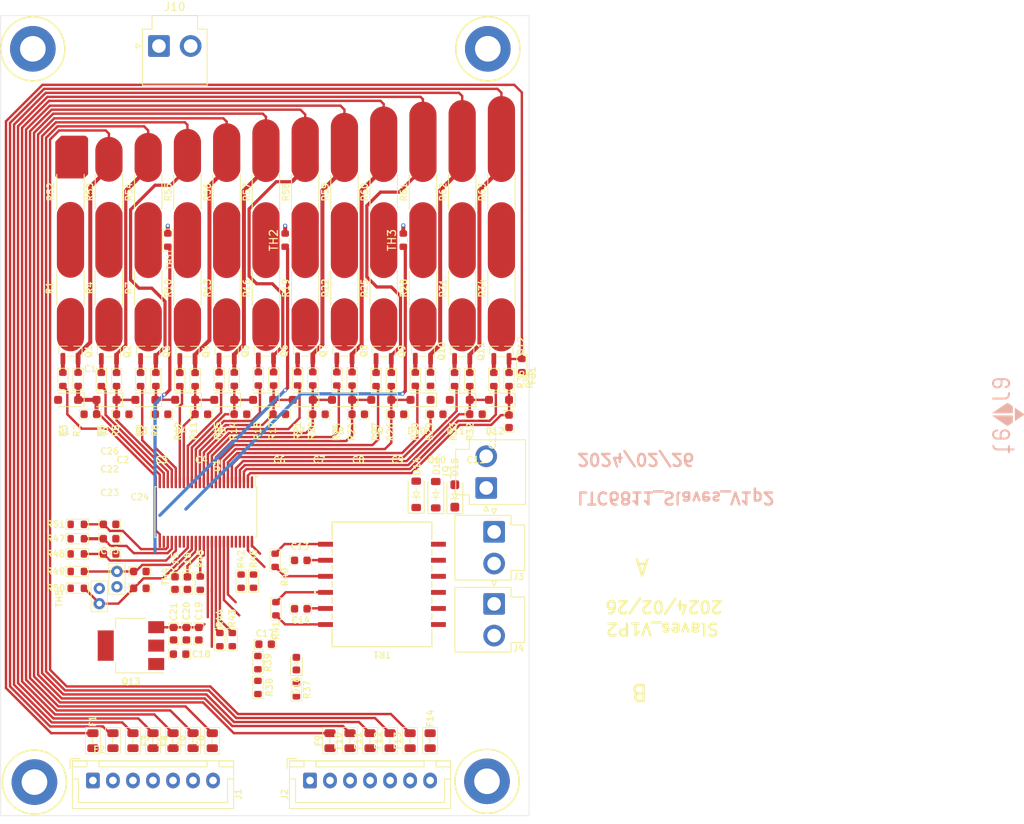
<source format=kicad_pcb>
(kicad_pcb (version 20221018) (generator pcbnew)
  (layers (0 "F.Cu" signal) (31 "B.Cu" signal) (34 "B.Paste" user) (35 "F.Paste" user) (36 "B.SilkS" user "B.Silkscreen") (37 "F.SilkS" user "F.Silkscreen") (38 "B.Mask" user) (39 "F.Mask" user) (44 "Edge.Cuts" user))
  (net 0 "")
  (net 1 "/cell1/C")
  (net 2 "/cell2/C")
  (net 3 "/cell3/C")
  (net 4 "/cell4/C")
  (net 5 "Net-(Q10-G)")
  (net 6 "Net-(Q10-D)")
  (net 7 "/BAT+")
  (net 8 "Net-(Q3-D)")
  (net 9 "Net-(Q3-G)")
  (net 10 "Net-(Q4-D)")
  (net 11 "Net-(Q4-G)")
  (net 12 "Net-(Q5-D)")
  (net 13 "Net-(Q5-G)")
  (net 14 "Net-(Q6-D)")
  (net 15 "Net-(Q6-G)")
  (net 16 "Net-(Q11-D)")
  (net 17 "Net-(Q11-G)")
  (net 18 "Net-(Q12-D)")
  (net 19 "Net-(Q12-G)")
  (net 20 "/cell5/C")
  (net 21 "/cell6/C")
  (net 22 "Net-(Q7-D)")
  (net 23 "Net-(Q7-G)")
  (net 24 "Net-(Q8-D)")
  (net 25 "Net-(Q8-G)")
  (net 26 "Net-(Q9-D)")
  (net 27 "Net-(Q9-G)")
  (net 28 "/cell7/C")
  (net 29 "/cell8/C")
  (net 30 "/cell10/CM")
  (net 31 "GND_PACK")
  (net 32 "/cell10/C")
  (net 33 "/cell11/C")
  (net 34 "/cell12/C")
  (net 35 "Net-(C13-Pad1)")
  (net 36 "Net-(C14-Pad1)")
  (net 37 "/Vref2")
  (net 38 "Net-(U1-Vref1)")
  (net 39 "Net-(U1-V+)")
  (net 40 "Net-(C18-Pad1)")
  (net 41 "/Vreg")
  (net 42 "/T2")
  (net 43 "/T3")
  (net 44 "/T4")
  (net 45 "/T5")
  (net 46 "/T1")
  (net 47 "Net-(D16-K)")
  (net 48 "/cell12/C+")
  (net 49 "/C12")
  (net 50 "/cell11/C+")
  (net 51 "/C11")
  (net 52 "/cell10/C+")
  (net 53 "/C10")
  (net 54 "/cell10/C-")
  (net 55 "/C9")
  (net 56 "/cell8/C+")
  (net 57 "/C8")
  (net 58 "/cell7/C+")
  (net 59 "/C7")
  (net 60 "/C2_G")
  (net 61 "/cell6/C+")
  (net 62 "/cell5/C+")
  (net 63 "/C5")
  (net 64 "/cell4/C+")
  (net 65 "/C4")
  (net 66 "/cell3/C+")
  (net 67 "/C3")
  (net 68 "/cell2/C+")
  (net 69 "/C2")
  (net 70 "/cell1/C+")
  (net 71 "/C1")
  (net 72 "/C1_G")
  (net 73 "Net-(J3-Pin_2)")
  (net 74 "Net-(J3-Pin_1)")
  (net 75 "Net-(J4-Pin_2)")
  (net 76 "Net-(J4-Pin_1)")
  (net 80 "Net-(Q1-D)")
  (net 81 "Net-(Q1-G)")
  (net 82 "Net-(Q2-D)")
  (net 83 "Net-(Q2-G)")
  (net 84 "/DRIVE")
  (net 85 "/cell1/S")
  (net 86 "/cell2/S")
  (net 87 "/cell3/S")
  (net 88 "/cell4/S")
  (net 89 "/cell5/S")
  (net 90 "/cell6/S")
  (net 91 "/cell7/S")
  (net 92 "/cell8/S")
  (net 93 "/cell9/S")
  (net 94 "/cell10/S")
  (net 95 "/cell11/S")
  (net 96 "/cell12/S")
  (net 97 "/IPB")
  (net 98 "/IMB")
  (net 99 "/IMA")
  (net 100 "/IPA")
  (net 101 "Net-(U1-ICMP)")
  (net 102 "Net-(U1-IBIAS)")
  (net 103 "Net-(U1-ISOMD)")
  (net 104 "Net-(U1-WDT)")
  (net 105 "Net-(U1-DTEN)")
  (net 110 "Net-(R1-Pad1)")
  (net 111 "Net-(R4-Pad1)")
  (net 112 "Net-(R54-Pad2)")
  (net 113 "Net-(R10-Pad1)")
  (net 114 "Net-(R13-Pad1)")
  (net 115 "Net-(R16-Pad1)")
  (net 116 "Net-(R19-Pad1)")
  (net 117 "Net-(R22-Pad1)")
  (net 118 "Net-(R25-Pad1)")
  (net 119 "Net-(R28-Pad1)")
  (net 120 "Net-(R31-Pad1)")
  (net 121 "Net-(R34-Pad1)")
  (footprint "Resistor_SMD:R_0603_1608Metric" (layer "F.Cu") (at 163.45 85.45 90)
    (fp_text reference "R35")
    (fp_text value "100R")
  )
  (footprint "Package_TO_SOT_SMD:SOT-23" (layer "F.Cu") (at 142.9 81.8875 90)
    (fp_text reference "Q8")
    (fp_text value "TSM2323")
  )
  (footprint "Package_TO_SOT_SMD:SOT-223" (layer "F.Cu") (at 116.25 118.7 180)
    (fp_text reference "Q13")
    (fp_text value "NSV1C201MZ4")
  )
  (footprint "Capacitor_SMD:C_0603_1608Metric" (layer "F.Cu") (at 154.425 89.8)
    (fp_text reference "C10")
    (fp_text value "100nF 100V")
  )
  (footprint "Resistor_SMD:R_0603_1608Metric" (layer "F.Cu") (at 117.45 85.45 90)
    (fp_text reference "R9")
    (fp_text value "3.3K")
  )
  (footprint "Resistor_SMD:R_2512_6332Metric" (layer "F.Cu") (at 138 62.05 -90)
    (fp_text reference "R58")
    (fp_text value "18R 1W 2512")
  )
  (footprint "Package_TO_SOT_SMD:SOT-23" (layer "F.Cu") (at 123.3 81.9625 90)
    (fp_text reference "Q4")
    (fp_text value "TSM2323")
  )
  (footprint "Resistor_SMD:R_2512_6332Metric" (layer "F.Cu") (at 147.8 62.05 -90)
    (fp_text reference "R60")
    (fp_text value "18R 1W 2512")
  )
  (footprint "Resistor_SMD:R_0603_1608Metric" (layer "F.Cu") (at 156.65 85.45 90)
    (fp_text reference "R33")
    (fp_text value "3.3K")
  )
  (footprint "Connector_JST:JST_XH_B7B-XH-A_1x07_P2.50mm_Vertical_BAT_6S" (layer "F.Cu") (at 138.6 135.55)
    (fp_text reference "J2")
    (fp_text value "B7B-XH-A")
  )
  (footprint "Resistor_SMD:R_0603_1608Metric" (layer "F.Cu") (at 153.65 85.425 90)
    (fp_text reference "R29")
    (fp_text value "100R")
  )
  (footprint "Diode_SMD:D_SOD-123" (layer "F.Cu") (at 154.3 99.85 90)
    (fp_text reference "D13")
    (fp_text value "1N4148W")
  )
  (footprint "Resistor_SMD:R_0603_1608Metric" (layer "F.Cu") (at 134.25 108.0433 -90)
    (fp_text reference "R40")
    (fp_text value "100R")
  )
  (footprint "Fuse:Fuse_0805_2012Metric" (layer "F.Cu") (at 124 130.575 90)
    (fp_text reference "F6")
    (fp_text value "MPZ2012S102ATD25")
  )
  (footprint "Fuse:Fuse_0805_2012Metric" (layer "F.Cu") (at 116.5 130.575 90)
    (fp_text reference "F3")
    (fp_text value "MPZ2012S102ATD25")
  )
  (footprint "Capacitor_SMD:C_0603_1608Metric" (layer "F.Cu") (at 111.175 89.8 180)
    (fp_text reference "C1")
    (fp_text value "100nF 100V")
  )
  (footprint "Resistor_SMD:R_0603_1608Metric" (layer "F.Cu") (at 158.55 85.45 90)
    (fp_text reference "R32")
    (fp_text value "100R")
  )
  (footprint "Diode_SMD:D_SOD-323_HandSoldering" (layer "F.Cu") (at 127.9 88 180)
    (fp_text reference "D5")
    (fp_text value "PDZ7.5B")
  )
  (footprint "Diode_SMD:D_SOD-323_HandSoldering" (layer "F.Cu") (at 108.4 88 180)
    (fp_text reference "D1")
    (fp_text value "PDZ7.5B")
  )
  (footprint "Resistor_SMD:R_0603_1608Metric" (layer "F.Cu") (at 107.75 85.4375 90)
    (fp_text reference "R3")
    (fp_text value "3.3K")
  )
  (footprint "Resistor_SMD:R_0603_1608Metric" (layer "F.Cu") (at 109.55 109.4375 180)
    (fp_text reference "R49")
    (fp_text value "10K")
  )
  (footprint "Resistor_SMD:R_2512_6332Metric" (layer "F.Cu") (at 157.6 62.05 -90)
    (fp_text reference "R62")
    (fp_text value "18R 1W 2512")
  )
  (footprint "Package_TO_SOT_SMD:SOT-23" (layer "F.Cu") (at 113.5 81.95 90)
    (fp_text reference "Q2")
    (fp_text value "TSM2323")
  )
  (footprint "Resistor_SMD:R_0603_1608Metric" (layer "F.Cu") (at 134.35 114.1 -90)
    (fp_text reference "R41")
    (fp_text value "100R")
  )
  (footprint "MountingHole:MountingHole_3.2mm_M3_ISO7380_Pad" (layer "F.Cu") (at 160.7 135.65)
    (fp_text reference "J7" hide)
    (fp_text value "Hole /NC")
  )
  (footprint "Resistor_SMD:R_0603_1608Metric" (layer "F.Cu") (at 131.55 110.65 90)
    (fp_text reference "R46")
    (fp_text value "806R")
  )
  (footprint "Diode_SMD:D_SOD-323_HandSoldering" (layer "F.Cu") (at 142.6 88 180)
    (fp_text reference "D8")
    (fp_text value "PDZ7.5B")
  )
  (footprint "Diode_SMD:D_SOD-323_HandSoldering" (layer "F.Cu") (at 147.5 88 180)
    (fp_text reference "D9")
    (fp_text value "PDZ7.5B")
  )
  (footprint "Resistor_SMD:R_0603_1608Metric" (layer "F.Cu") (at 109.55 111.5375 180)
    (fp_text reference "R50")
    (fp_text value "10K")
  )
  (footprint "Capacitor_SMD:C_0603_1608Metric" (layer "F.Cu") (at 144.625 89.8)
    (fp_text reference "C8")
    (fp_text value "100nF 100V")
  )
  (footprint "Diode_SMD:D_SOD-123F" (layer "F.Cu") (at 156.68 100.0025 90)
    (fp_text reference "D15")
    (fp_text value "BZT52H-C62")
  )
  (footprint "Connector_JST:JST_VH_B2P-VH-B_1x02_P3.96mm_Vertical" (layer "F.Cu") (at 160.6 99.0075 90)
    (fp_text reference "J9")
    (fp_text value "BAT+")
  )
  (footprint "Capacitor_SMD:C_0603_1608Metric" (layer "F.Cu") (at 113.5875 103.55)
    (fp_text reference "C26")
    (fp_text value "100nF 100V")
  )
  (footprint "Resistor_SMD:R_0603_1608Metric" (layer "F.Cu") (at 132.1 120.825 90)
    (fp_text reference "R39")
    (fp_text value "100R")
  )
  (footprint "Capacitor_SMD:C_0603_1608Metric" (layer "F.Cu") (at 124.725 117.215 -90)
    (fp_text reference "C19")
    (fp_text value "1uF 25V")
  )
  (footprint "Fuse:Fuse_0805_2012Metric" (layer "F.Cu") (at 111.5 130.575 90)
    (fp_text reference "F1")
    (fp_text value "MPZ2012S102ATD25")
  )
  (footprint "Capacitor_SMD:C_0603_1608Metric" (layer "F.Cu") (at 121.575 117.215 -90)
    (fp_text reference "C21")
    (fp_text value "1uF 25V")
  )
  (footprint "Resistor_SMD:R_0603_1608Metric" (layer "F.Cu") (at 143.85 85.3875 90)
    (fp_text reference "R23")
    (fp_text value "100R")
  )
  (footprint "Resistor_SMD:R_2512_6332Metric" (layer "F.Cu") (at 142.9 74.05 -90)
    (fp_text reference "R22")
    (fp_text value "18R 1W 2512")
  )
  (footprint "Resistor_SMD:R_0603_1608Metric" (layer "F.Cu") (at 146.85 85.45 90)
    (fp_text reference "R27")
    (fp_text value "3.3K")
  )
  (footprint "Diode_SMD:D_SOD-323_HandSoldering" (layer "F.Cu") (at 132.75 88 180)
    (fp_text reference "D6" hide)
    (fp_text value "PDZ7.5B")
  )
  (footprint "Resistor_SMD:R_0603_1608Metric" (layer "F.Cu") (at 124.26 85.4625 90)
    (fp_text reference "R11")
    (fp_text value "100R")
  )
  (footprint "Capacitor_SMD:C_0603_1608Metric" (layer "F.Cu") (at 123.3 110.9 -90)
    (fp_text reference "C16")
    (fp_text value "1uF 25V")
  )
  (footprint "Resistor_THT:R_Axial_DIN0204_L3.6mm_D1.6mm_P1.90mm_Vertical" (layer "F.Cu") (at 112.3 113.455 90)
    (fp_text reference "TH5")
    (fp_text value "10K NTC")
  )
  (footprint "Resistor_SMD:R_0603_1608Metric" (layer "F.Cu") (at 128.9 117.95 -90)
    (fp_text reference "R43")
    (fp_text value "0")
  )
  (footprint "Resistor_SMD:R_0603_1608Metric" (layer "F.Cu") (at 137.06 85.375 90)
    (fp_text reference "R21")
    (fp_text value "3.3K")
  )
  (footprint "Fuse:Fuse_0805_2012Metric" (layer "F.Cu") (at 121.5 130.575 90)
    (fp_text reference "F5")
    (fp_text value "MPZ2012S102ATD25")
  )
  (footprint "Connector_JST:JST_VH_B2P-VH-B_1x02_P3.96mm_Vertical" (layer "F.Cu") (at 161.5889 113.49 -90)
    (fp_text reference "J4")
    (fp_text value "PB MA")
  )
  (footprint "Diode_SMD:D_SOD-323_HandSoldering" (layer "F.Cu") (at 113.2 88 180)
    (fp_text reference "D2")
    (fp_text value "PDZ7.5B")
  )
  (footprint "Capacitor_SMD:C_0603_1608Metric" (layer "F.Cu") (at 159.325 89.8)
    (fp_text reference "C11")
    (fp_text value "100nF 100V")
  )
  (footprint "Resistor_SMD:R_0603_1608Metric" (layer "F.Cu") (at 134.06 85.385 90)
    (fp_text reference "R17")
    (fp_text value "100R")
  )
  (footprint "Resistor_SMD:R_2512_6332Metric" (layer "F.Cu") (at 133.1 74.05 -90)
    (fp_text reference "R16")
    (fp_text value "18R 1W 2512")
  )
  (footprint "Package_TO_SOT_SMD:SOT-23" (layer "F.Cu") (at 128.2 81.925 90)
    (fp_text reference "Q5")
    (fp_text value "TSM2323")
  )
  (footprint "Resistor_SMD:R_0603_1608Metric" (layer "F.Cu") (at 127.25 85.405 90)
    (fp_text reference "R15")
    (fp_text value "3.3K")
  )
  (footprint "Resistor_SMD:R_2512_6332Metric" (layer "F.Cu") (at 113.5 62.0125 -90)
    (fp_text reference "R53")
    (fp_text value "18R 1W 2512")
  )
  (footprint "Capacitor_SMD:C_0603_1608Metric" (layer "F.Cu") (at 139.725 89.8)
    (fp_text reference "C7")
    (fp_text value "100nF 100V")
  )
  (footprint "Resistor_SMD:R_2512_6332Metric" (layer "F.Cu") (at 147.8 74.05 -90)
    (fp_text reference "R25")
    (fp_text value "18R 1W 2512")
  )
  (footprint "Resistor_SMD:R_0603_1608Metric" (layer "F.Cu") (at 132.15 85.385 90)
    (fp_text reference "R18")
    (fp_text value "3.3K")
  )
  (footprint "Package_TO_SOT_SMD:SOT-23" (layer "F.Cu") (at 133.1 81.8875 90)
    (fp_text reference "Q6")
    (fp_text value "TSM2323")
  )
  (footprint "Resistor_SMD:R_0603_1608Metric" (layer "F.Cu") (at 130 110.65 -90)
    (fp_text reference "R42")
    (fp_text value "1.2K")
  )
  (footprint "Resistor_SMD:R_0603_1608Metric" (layer "F.Cu") (at 122.35 85.4625 90)
    (fp_text reference "R12")
    (fp_text value "3.3K")
  )
  (footprint "Fuse:Fuse_0805_2012Metric" (layer "F.Cu") (at 146.1 130.575 90)
    (fp_text reference "F11")
    (fp_text value "MPZ2012S102ATD25")
  )
  (footprint "Resistor_SMD:R_0603_1608Metric" (layer "F.Cu") (at 127.35 117.95 -90)
    (fp_text reference "R44")
    (fp_text value "1M")
  )
  (footprint "Resistor_SMD:R_0603_1608Metric" (layer "F.Cu") (at 132.1 123.925 -90)
    (fp_text reference "R38")
    (fp_text value "100R")
  )
  (footprint "Resistor_SMD:R_2512_6332Metric" (layer "F.Cu") (at 152.7 62.05 -90)
    (fp_text reference "R61")
    (fp_text value "18R 1W 2512")
  )
  (footprint "MountingHole:MountingHole_3.2mm_M3_ISO7380_Pad" (layer "F.Cu") (at 160.8 44.15)
    (fp_text reference "J6" hide)
    (fp_text value "Hole /NC")
  )
  (footprint "Capacitor_SMD:C_0603_1608Metric" (layer "F.Cu") (at 117.3625 109.4375)
    (fp_text reference "C24")
    (fp_text value "100nF 100V")
  )
  (footprint "Package_TO_SOT_SMD:SOT-23" (layer "F.Cu") (at 118.4 81.95 90)
    (fp_text reference "Q3")
    (fp_text value "TSM2323")
  )
  (footprint "Package_TO_SOT_SMD:SOT-23" (layer "F.Cu") (at 138 81.8875 90)
    (fp_text reference "Q7")
    (fp_text value "TSM2323")
  )
  (footprint "Resistor_SMD:R_2512_6332Metric" (layer "F.Cu") (at 123.3 74.05 -90)
    (fp_text reference "R10")
    (fp_text value "18R 1W 2512")
  )
  (footprint "Resistor_SMD:R_2512_6332Metric" (layer "F.Cu") (at 152.7 74.05 -90)
    (fp_text reference "R28")
    (fp_text value "18R 1W 2512")
  )
  (footprint "Resistor_SMD:R_2512_6332Metric" (layer "F.Cu") (at 113.5 74.0125 -90)
    (fp_text reference "R4")
    (fp_text value "18R 1W 2512")
  )
  (footprint "Fuse:Fuse_0805_2012Metric" (layer "F.Cu") (at 153.6 130.575 90)
    (fp_text reference "F14")
    (fp_text value "MPZ2012S102ATD25")
  )
  (footprint "Resistor_SMD:R_2512_6332Metric" (layer "F.Cu") (at 128.2 62.05 -90)
    (fp_text reference "R56")
    (fp_text value "18R 1W 2512")
  )
  (footprint "Diode_SMD:D_SOD-323_HandSoldering" (layer "F.Cu") (at 152.4 88 180)
    (fp_text reference "D10")
    (fp_text value "PDZ7.5B")
  )
  (footprint "Diode_SMD:D_SOD-323_HandSoldering" (layer "F.Cu") (at 162.2 88 180)
    (fp_text reference "D12")
    (fp_text value "PDZ7.5B")
  )
  (footprint "Resistor_SMD:R_0603_1608Metric" (layer "F.Cu") (at 138.95 85.375 90)
    (fp_text reference "R20")
    (fp_text value "100R")
  )
  (footprint "Resistor_SMD:R_0603_1608Metric" (layer "F.Cu") (at 120.85 68.05 90)
    (fp_text reference "TH1")
    (fp_text value "10K NTC")
  )
  (footprint "Transformer_SMD:HM2102NL_PUL" (layer "F.Cu") (at 147.5889 111.05 180)
    (fp_text reference "TR1")
    (fp_text value "HM2102NL")
  )
  (footprint "MountingHole:MountingHole_3.2mm_M3_ISO7380_Pad" (layer "F.Cu") (at 104.2 135.75 180)
    (fp_text reference "J8" hide)
    (fp_text value "Hole /NC")
  )
  (footprint "Resistor_SMD:R_2512_6332Metric" (layer "F.Cu") (at 142.9 62.05 -90)
    (fp_text reference "R59")
    (fp_text value "18R 1W 2512")
  )
  (footprint "Diode_SMD:D_SOD-323_HandSoldering" (layer "F.Cu") (at 123.02 87.99 180)
    (fp_text reference "D4")
    (fp_text value "PDZ7.5B")
  )
  (footprint "Diode_SMD:D_SOD-323_HandSoldering" (layer "F.Cu") (at 118.05 88 180)
    (fp_text reference "D3")
    (fp_text value "PDZ7.5B")
  )
  (footprint "Resistor_SMD:R_2512_6332Metric" (layer "F.Cu") (at 123.3 62.05 -90)
    (fp_text reference "R55")
    (fp_text value "18R 1W 2512")
  )
  (footprint "Fuse:Fuse_0805_2012Metric" (layer "F.Cu") (at 126.4 130.575 90)
    (fp_text reference "F8")
    (fp_text value "MPZ2012S102ATD25")
  )
  (footprint "Capacitor_SMD:C_0603_1608Metric" (layer "F.Cu") (at 163.45 90.68 -90)
    (fp_text reference "C12")
    (fp_text value "100nF 100V")
  )
  (footprint "Resistor_SMD:R_2512_6332Metric" (layer "F.Cu") (at 157.6 74.05 -90)
    (fp_text reference "R31")
    (fp_text value "18R 1W 2512")
  )
  (footprint "Resistor_SMD:R_2512_6332Metric" (layer "F.Cu") (at 162.5 62.05 -90)
    (fp_text reference "R63")
    (fp_text value "18R 1W 2512")
  )
  (footprint "Package_TO_SOT_SMD:SOT-23" (layer "F.Cu") (at 152.7 81.925 90)
    (fp_text reference "Q10")
    (fp_text value "TSM2323")
  )
  (footprint "Resistor_SMD:R_2512_6332Metric" (layer "F.Cu") (at 128.2 74.05 -90)
    (fp_text reference "R13")
    (fp_text value "18R 1W 2512")
  )
  (footprint "Fuse:Fuse_0805_2012Metric" (layer "F.Cu") (at 151.1 130.575 90)
    (fp_text reference "F13")
    (fp_text value "MPZ2012S102ATD25")
  )
  (footprint "Resistor_SMD:R_0603_1608Metric" (layer "F.Cu") (at 109.55 107.25 180)
    (fp_text reference "R48")
    (fp_text value "10K")
  )
  (footprint "Resistor_SMD:R_2512_6332Metric" (layer "F.Cu") (at 138 74.05 -90)
    (fp_text reference "R19")
    (fp_text value "18R 1W 2512")
  )
  (footprint "Connector_JST:JST_XH_B7B-XH-A_1x07_P2.50mm_Vertical_BAT_6S" (layer "F.Cu") (at 111.5 135.55)
    (fp_text reference "J1")
    (fp_text value "B7B-XH-A")
  )
  (footprint "Resistor_SMD:R_0603_1608Metric" (layer "F.Cu") (at 148.75 85.45 90)
    (fp_text reference "R26")
    (fp_text value "100R")
  )
  (footprint "Package_TO_SOT_SMD:SOT-23" (layer "F.Cu") (at 108.7 81.9375 90)
    (fp_text reference "Q1")
    (fp_text value "TSM2323")
  )
  (footprint "Resistor_SMD:R_2512_6332Metric" (layer "F.Cu") (at 118.4 62.05 -90)
    (fp_text reference "R54")
    (fp_text value "18R 1W 2512")
  )
  (footprint "Capacitor_SMD:C_0603_1608Metric" (layer "F.Cu") (at 115.225 89.8)
    (fp_text reference "C2")
    (fp_text value "100nF 100V")
  )
  (footprint "Capacitor_SMD:C_0603_1608Metric" (layer "F.Cu") (at 149.525 89.8)
    (fp_text reference "C9")
    (fp_text value "100nF 100V")
  )
  (footprint "Resistor_SMD:R_0603_1608Metric" (layer "F.Cu") (at 114.45 85.45 90)
    (fp_text reference "R5")
    (fp_text value "100R")
  )
  (footprint "Resistor_SMD:R_0603_1608Metric" (layer "F.Cu") (at 129.15 85.425 90)
    (fp_text reference "R14")
    (fp_text value "100R")
  )
  (footprint "Capacitor_SMD:C_0603_1608Metric" (layer "F.Cu") (at 137.45 108.05 180)
    (fp_text reference "C13")
    (fp_text value "100pF 100V")
  )
  (footprint "Resistor_SMD:R_0603_1608Metric" (layer "F.Cu") (at 135.5 68.05 90)
    (fp_text reference "TH2")
    (fp_text value "10K NTC")
  )
  (footprint "Capacitor_SMD:C_0603_1608Metric" (layer "F.Cu") (at 129.925 89.8)
    (fp_text reference "C5" hide)
    (fp_text value "100nF 100V")
  )
  (footprint "Resistor_SMD:R_0603_1608Metric" (layer "F.Cu") (at 141.95 85.3875 90)
    (fp_text reference "R24")
    (fp_text value "3.3K")
  )
  (footprint "Resistor_SMD:R_0603_1608Metric" (layer "F.Cu") (at 109.55 105.35 180)
    (fp_text reference "R47")
    (fp_text value "10K")
  )
  (footprint "Resistor_SMD:R_0603_1608Metric" (layer "F.Cu") (at 124.9 110.9 -90)
    (fp_text reference "R45")
    (fp_text value "0")
  )
  (footprint "Capacitor_SMD:C_0603_1608Metric" (layer "F.Cu") (at 113.5875 105.35)
    (fp_text reference "C22")
    (fp_text value "100nF 100V")
  )
  (footprint "MountingHole:MountingHole_3.2mm_M3_ISO7380_Pad" (layer "F.Cu") (at 104 44.15)
    (fp_text reference "J5" hide)
    (fp_text value "Hole /NC")
  )
  (footprint "Diode_SMD:D_SOD-123" (layer "F.Cu") (at 151.86 99.8025 90)
    (fp_text reference "D14")
    (fp_text value "1N4148W")
  )
  (footprint "Fuse:Fuse_0805_2012Metric" (layer "F.Cu") (at 148.6 130.575 90)
    (fp_text reference "F12")
    (fp_text value "MPZ2012S102ATD25")
  )
  (footprint "Capacitor_SMD:C_0603_1608Metric" (layer "F.Cu") (at 125.045 89.8)
    (fp_text reference "C4")
    (fp_text value "100nF 100V")
  )
  (footprint "Package_TO_SOT_SMD:SOT-23" (layer "F.Cu") (at 157.6 81.95 90)
    (fp_text reference "Q11")
    (fp_text value "TSM2323")
  )
  (footprint "Fuse:Fuse_0805_2012Metric" (layer "F.Cu") (at 119 130.575 90)
    (fp_text reference "F4")
    (fp_text value "MPZ2012S102ATD25")
  )
  (footprint "Capacitor_SMD:C_0603_1608Metric" (layer "F.Cu") (at 133 118.525)
    (fp_text reference "C17")
    (fp_text value "100nF 100V")
  )
  (footprint "Diode_SMD:D_SOD-323_HandSoldering" (layer "F.Cu") (at 137.7 88 180)
    (fp_text reference "D7")
    (fp_text value "PDZ7.5B")
  )
  (footprint "Resistor_THT:R_Axial_DIN0204_L3.6mm_D1.6mm_P1.90mm_Vertical" (layer "F.Cu") (at 114.5 109.445 -90)
    (fp_text reference "TH4")
    (fp_text value "10K NTC")
  )
  (footprint "Resistor_SMD:R_0603_1608Metric" (layer "F.Cu") (at 112.55 85.45 90)
    (fp_text reference "R6")
    (fp_text value "3.3K")
  )
  (footprint "Connector_JST:JST_VH_B2P-VH-B_1x02_P3.96mm_Vertical" (layer "F.Cu") (at 161.5889 104.49 -90)
    (fp_text reference "J3")
    (fp_text value "PB MB")
  )
  (footprint "Diode_SMD:D_SOD-323_HandSoldering" (layer "F.Cu") (at 157.3 88 180)
    (fp_text reference "D11")
    (fp_text value "PDZ7.5B")
  )
  (footprint "Fuse:Fuse_0805_2012Metric" (layer "F.Cu") (at 141.1 130.575 90)
    (fp_text reference "F9")
    (fp_text value "MPZ2012S102ATD25")
  )
  (footprint "Package_SO:TSSOP-48_6.1x12.5mm_P0.5mm" (layer "F.Cu") (at 125.6 102.0125 -90)
    (fp_text reference "U1")
    (fp_text value "LTC6811HG-1")
  )
  (footprint "Capacitor_SMD:C_0603_1608Metric" (layer "F.Cu") (at 117.3625 111.5375)
    (fp_text reference "C25")
    (fp_text value "100nF 100V")
  )
  (footprint "LED_SMD:LED_0603_1608Metric" (layer "F.Cu") (at 136.9 120.95 90)
    (fp_text reference "D16")
    (fp_text value "LED Red")
  )
  (footprint "Capacitor_SMD:C_0603_1608Metric" (layer "F.Cu") (at 122.325 119.765)
    (fp_text reference "C18")
    (fp_text value "100nF 100V")
  )
  (footprint "Resistor_SMD:R_2512_6332Metric" (layer "F.Cu") (at 162.5 74.05 -90)
    (fp_text reference "R34")
    (fp_text value "18R 1W 2512")
  )
  (footprint "Capacitor_SMD:C_0603_1608Metric" (layer "F.Cu") (at 123.175 117.215 -90)
    (fp_text reference "C20")
    (fp_text value "1uF 25V")
  )
  (footprint "Resistor_SMD:R_0603_1608Metric" (layer "F.Cu") (at 109.55 103.55)
    (fp_text reference "R51")
    (fp_text value "10K")
  )
  (footprint "Resistor_SMD:R_0603_1608Metric" (layer "F.Cu") (at 136.9 124.225 -90)
    (fp_text reference "R37")
    (fp_text value "1.2K")
  )
  (footprint "Resistor_SMD:R_0603_1608Metric" (layer "F.Cu") (at 165.05 83.715 90)
    (fp_text reference "FB1")
    (fp_text value "BLM18PG330SN1D")
  )
  (footprint "Capacitor_SMD:C_0603_1608Metric" (layer "F.Cu") (at 134.775 89.8)
    (fp_text reference "C6")
    (fp_text value "100nF 100V")
  )
  (footprint "Capacitor_SMD:C_0603_1608Metric" (layer "F.Cu") (at 113.5875 107.25)
    (fp_text reference "C23")
    (fp_text value "100nF 100V")
  )
  (footprint "Resistor_SMD:R_2512_6332Metric" (layer "F.Cu") (at 118.4 74.05 -90)
    (fp_text reference "R7")
    (fp_text value "18R 1W 2512")
  )
  (footprint "Fuse:Fuse_0805_2012Metric" (layer "F.Cu") (at 143.6 130.575 90)
    (fp_text reference "F10")
    (fp_text value "MPZ2012S102ATD25")
  )
  (footprint "Resistor_SMD:R_0603_1608Metric" (layer "F.Cu") (at 119.36 85.445 90)
    (fp_text reference "R8")
    (fp_text value "100R")
  )
  (footprint "Resistor_SMD:R_0603_1608Metric" (layer "F.Cu") (at 150.25 68.05 90)
    (fp_text reference "TH3")
    (fp_text value "10K NTC")
  )
  (footprint "Resistor_SMD:R_2512_6332Metric" (layer "F.Cu") (at 133.1 62.05 -90)
    (fp_text reference "R57")
    (fp_text value "18R 1W 2512")
  )
  (footprint "Package_TO_SOT_SMD:SOT-23" (layer "F.Cu") (at 147.8 81.95 90)
    (fp_text reference "Q9")
    (fp_text value "TSM2323")
  )
  (footprint "Capacitor_SMD:C_0603_1608Metric" (layer "F.Cu") (at 120.075 89.8)
    (fp_text reference "C3")
    (fp_text value "100nF 100V")
  )
  (footprint "Resistor_SMD:R_0603_1608Metric" (layer "F.Cu") (at 109.65 85.435 90)
    (fp_text reference "R2")
    (fp_text value "100R")
  )
  (footprint "Package_TO_SOT_SMD:SOT-23" (layer "F.Cu") (at 162.5 81.95 90)
    (fp_text reference "Q12")
    (fp_text value "TSM2323")
  )
  (footprint "Capacitor_SMD:C_0603_1608Metric" (layer "F.Cu") (at 137.45 114.1 180)
    (fp_text reference "C14")
    (fp_text value "100pF 100V")
  )
  (footprint "Resistor_SMD:R_0603_1608Metric" (layer "F.Cu") (at 151.75 85.425 90)
    (fp_text reference "R30")
    (fp_text value "3.3K")
  )
  (footprint "Resistor_SMD:R_2512_6332Metric" (layer "F.Cu") (at 108.7 74.0125 -90)
    (fp_text reference "R1")
    (fp_text value "18R 1W 2512")
  )
  (footprint "Resistor_SMD:R_0603_1608Metric" (layer "F.Cu") (at 161.55 85.45 90)
    (fp_text reference "R36")
    (fp_text value "3.3K")
  )
  (footprint "Resistor_SMD:R_2512_6332Metric" (layer "F.Cu") (at 108.7 62.0125 -90)
    (fp_text reference "R52")
    (fp_text value "18R 1W 2512")
  )
  (footprint "Connector_JST:JST_VH_B2P-VH-B_1x02_P3.96mm_Vertical" (layer "F.Cu") (at 119.7425 43.8)
    (fp_text reference "J10")
    (fp_text value "PACK-")
  )
  (footprint "Fuse:Fuse_0805_2012Metric" (layer "F.Cu") (at 114 130.575 90)
    (fp_text reference "F2")
    (fp_text value "MPZ2012S102ATD25")
  )
  (footprint "Capacitor_SMD:C_0603_1608Metric" (layer "F.Cu") (at 121.75 110.895 -90)
    (fp_text reference "C15")
    (fp_text value "1uF 25V")
  )
  (footprint "Symbol:teTra-LOGO" (layer "B.Cu") (at 225.725 89.825 90)
    (fp_text reference "LOGO1" hide)
    (fp_text value "teTra" hide)
  )
  (gr_circle (center 104 44.15) (end 108 44.15) (stroke (width 0.2)) (fill none) (layer "F.SilkS"))
  (gr_circle (center 104.2 135.75) (end 108.2 135.75) (stroke (width 0.2)) (fill none) (layer "F.SilkS"))
  (gr_circle (center 160.7 135.65) (end 164.7 135.65) (stroke (width 0.2)) (fill none) (layer "F.SilkS"))
  (gr_circle (center 160.8 44.15) (end 164.8 44.15) (stroke (width 0.2)) (fill none) (layer "F.SilkS"))
  (gr_rect (start 100 40) (end 165.95 139.95) (stroke (width 0.05)) (fill none) (layer "Edge.Cuts"))
  (gr_text "LTC6811_Slaves_V1p2\n\n2024/02/26" (at 171.8 94.55 180) (layer "B.SilkS") (effects (font (size 1.5 1.5) (thickness 0.3) bold) (justify left bottom mirror)))
  (gr_text "B" (at 180.9226 123.3733 180) (layer "F.SilkS") (effects (font (size 2 2) (thickness 0.3)) (justify left bottom)))
  (gr_text "A" (at 181.1226 107.6733 180) (layer "F.SilkS") (effects (font (size 2 2) (thickness 0.3)) (justify left bottom)))
  (gr_text "Slaves_V1P2" (at 189.8 115.75 180) (layer "F.SilkS") (effects (font (size 1.5 1.5) (thickness 0.3) bold) (justify left bottom)))
  (gr_text "2024/02/26" (at 190.2774 112.96 180) (layer "F.SilkS") (effects (font (size 1.5 1.5) (thickness 0.3) bold) (justify left bottom)))
  (segment (start 119.85 98.3) (end 119.85 97.357106) (width 0.3) (layer "F.Cu") (net 1))
  (segment (start 111.95 88) (end 111.95 89.8) (width 0.5) (layer "F.Cu") (net 1))
  (segment (start 112.292894 89.8) (end 111.95 89.8) (width 0.3) (layer "F.Cu") (net 1))
  (segment (start 109.65 88) (end 111.95 88) (width 0.5) (layer "F.Cu") (net 1))
  (segment (start 119.85 97.357106) (end 112.292894 89.8) (width 0.3) (layer "F.Cu") (net 1))
  (segment (start 109.65 86.26) (end 109.65 88) (width 0.5) (layer "F.Cu") (net 1))
  (segment (start 120.85 98.3) (end 120.85 96.942894) (width 0.3) (layer "F.Cu") (net 2))
  (segment (start 114.45 88) (end 114.45 89.8) (width 0.3) (layer "F.Cu") (net 2))
  (segment (start 120.85 96.942894) (end 114.45 90.542894) (width 0.3) (layer "F.Cu") (net 2))
  (segment (start 114.45 88) (end 116.8 88) (width 0.3) (layer "F.Cu") (net 2))
  (segment (start 114.45 86.275) (end 114.45 88) (width 0.3) (layer "F.Cu") (net 2))
  (segment (start 114.45 90.542894) (end 114.45 89.8) (width 0.3) (layer "F.Cu") (net 2))
  (segment (start 121.77 87.99) (end 119.31 87.99) (width 0.3) (layer "F.Cu") (net 3))
  (segment (start 119.36 89.74) (end 119.3 89.8) (width 0.3) (layer "F.Cu") (net 3))
  (segment (start 119.3 89.8) (end 119.3 93.978682) (width 0.3) (layer "F.Cu") (net 3))
  (segment (start 121.85 96.528682) (end 121.85 98.3) (width 0.3) (layer "F.Cu") (net 3))
  (segment (start 119.31 87.99) (end 119.3 88) (width 0.3) (layer "F.Cu") (net 3))
  (segment (start 119.36 86.27) (end 119.36 89.74) (width 0.3) (layer "F.Cu") (net 3))
  (segment (start 119.3 93.978682) (end 121.85 96.528682) (width 0.3) (layer "F.Cu") (net 3))
  (segment (start 124.26 89.79) (end 124.27 89.8) (width 0.3) (layer "F.Cu") (net 4))
  (segment (start 124.26 86.2875) (end 124.26 89.79) (width 0.3) (layer "F.Cu") (net 4))
  (segment (start 124.28 88) (end 124.27 87.99) (width 0.3) (layer "F.Cu") (net 4))
  (segment (start 122.85 98.3) (end 122.85 91.22) (width 0.3) (layer "F.Cu") (net 4))
  (segment (start 126.65 88) (end 124.28 88) (width 0.3) (layer "F.Cu") (net 4))
  (segment (start 122.85 91.22) (end 124.27 89.8) (width 0.3) (layer "F.Cu") (net 4))
  (segment (start 151.75 84.6) (end 151.75 82.8625) (width 0.5) (layer "F.Cu") (net 5))
  (segment (start 152.7 77.0125) (end 152.7 80.225) (width 3.4) (layer "F.Cu") (net 6))
  (segment (start 118.4 77.0125) (end 118.4 80.25) (width 3.4) (layer "F.Cu") (net 8))
  (segment (start 117.45 82.8875) (end 117.45 84.625) (width 0.5) (layer "F.Cu") (net 9))
  (segment (start 123.3 77.0125) (end 123.3 80.2625) (width 3.4) (layer "F.Cu") (net 10))
  (segment (start 122.35 84.6375) (end 122.35 82.9) (width 0.5) (layer "F.Cu") (net 11))
  (segment (start 128.2 77.0125) (end 128.2 80.225) (width 3.4) (layer "F.Cu") (net 12))
  (segment (start 127.25 84.58) (end 127.25 82.8625) (width 0.5) (layer "F.Cu") (net 13))
  (segment (start 133.1 77.0125) (end 133.1 80.1875) (width 3.4) (layer "F.Cu") (net 14))
  (segment (start 132.15 84.56) (end 132.15 82.825) (width 0.5) (layer "F.Cu") (net 15))
  (segment (start 157.6 77.0125) (end 157.6 80.25) (width 3.4) (layer "F.Cu") (net 16))
  (segment (start 156.65 84.625) (end 156.65 82.8875) (width 0.5) (layer "F.Cu") (net 17))
  (segment (start 162.5 77.0125) (end 162.5 80.25) (width 3.4) (layer "F.Cu") (net 18))
  (segment (start 161.55 84.625) (end 161.55 82.8875) (width 0.5) (layer "F.Cu") (net 19))
  (segment (start 123.85 98.3) (end 123.85 93.957106) (width 0.3) (layer "F.Cu") (net 20))
  (segment (start 131.5 88) (end 129.15 88) (width 0.3) (layer "F.Cu") (net 20))
  (segment (start 128 89.8) (end 129.15 89.8) (width 0.3) (layer "F.Cu") (net 20))
  (segment (start 128 89.807106) (end 128 89.8) (width 0.3) (layer "F.Cu") (net 20))
  (segment (start 129.15 86.25) (end 129.15 89.8) (width 0.3) (layer "F.Cu") (net 20))
  (segment (start 123.85 93.957106) (end 128 89.807106) (width 0.3) (layer "F.Cu") (net 20))
  (segment (start 128.071318 91.15) (end 124.85 94.371318) (width 0.3) (layer "F.Cu") (net 21))
  (segment (start 124.85 94.371318) (end 124.85 98.3) (width 0.3) (layer "F.Cu") (net 21))
  (segment (start 134.06 89.74) (end 134 89.8) (width 0.3) (layer "F.Cu") (net 21))
  (segment (start 134 89.8) (end 132.65 91.15) (width 0.3) (layer "F.Cu") (net 21))
  (segment (start 134.06 86.21) (end 134.06 89.74) (width 0.3) (layer "F.Cu") (net 21))
  (segment (start 136.45 88) (end 134 88) (width 0.3) (layer "F.Cu") (net 21))
  (segment (start 132.65 91.15) (end 128.071318 91.15) (width 0.3) (layer "F.Cu") (net 21))
  (segment (start 138 77.0125) (end 138 80.1875) (width 3.4) (layer "F.Cu") (net 22))
  (segment (start 137.06 84.55) (end 137.06 82.835) (width 0.5) (layer "F.Cu") (net 23))
  (segment (start 137.06 82.835) (end 137.05 82.825) (width 0.5) (layer "F.Cu") (net 23))
  (segment (start 142.9 77.0125) (end 142.9 80.1875) (width 3.4) (layer "F.Cu") (net 24))
  (segment (start 141.95 84.5625) (end 141.95 82.825) (width 0.5) (layer "F.Cu") (net 25))
  (segment (start 147.8 77.0125) (end 147.8 80.25) (width 3.4) (layer "F.Cu") (net 26))
  (segment (start 146.85 84.625) (end 146.85 82.8875) (width 0.5) (layer "F.Cu") (net 27))
  (segment (start 138.1 92.15) (end 138.95 91.3) (width 0.3) (layer "F.Cu") (net 28))
  (segment (start 125.85 94.78553) (end 128.48553 92.15) (width 0.3) (layer "F.Cu") (net 28))
  (segment (start 128.48553 92.15) (end 138.1 92.15) (width 0.3) (layer "F.Cu") (net 28))
  (segment (start 138.95 88) (end 141.35 88) (width 0.3) (layer "F.Cu") (net 28))
  (segment (start 138.95 86.2) (end 138.95 89.8) (width 0.3) (layer "F.Cu") (net 28))
  (segment (start 138.95 91.3) (end 138.95 89.8) (width 0.3) (layer "F.Cu") (net 28))
  (segment (start 125.85 98.3) (end 125.85 94.78553) (width 0.3) (layer "F.Cu") (net 28))
  (segment (start 143.85 86.2125) (end 143.85 89.8) (width 0.3) (layer "F.Cu") (net 29))
  (segment (start 126.85 98.3) (end 126.85 95.199742) (width 0.3) (layer "F.Cu") (net 29))
  (segment (start 128.899742 93.15) (end 143.1 93.15) (width 0.3) (layer "F.Cu") (net 29))
  (segment (start 146.25 88) (end 143.85 88) (width 0.3) (layer "F.Cu") (net 29))
  (segment (start 126.85 95.199742) (end 128.899742 93.15) (width 0.3) (layer "F.Cu") (net 29))
  (segment (start 143.1 93.15) (end 143.85 92.4) (width 0.3) (layer "F.Cu") (net 29))
  (segment (start 143.85 92.4) (end 143.85 89.8) (width 0.3) (layer "F.Cu") (net 29))
  (segment (start 127.85 95.613954) (end 129.313954 94.15) (width 0.3) (layer "F.Cu") (net 30))
  (segment (start 148.75 88) (end 151.15 88) (width 0.3) (layer "F.Cu") (net 30))
  (segment (start 148.75 86.275) (end 148.75 89.8) (width 0.3) (layer "F.Cu") (net 30))
  (segment (start 147.95 94.15) (end 148.75 93.35) (width 0.3) (layer "F.Cu") (net 30))
  (segment (start 148.75 93.35) (end 148.75 89.8) (width 0.3) (layer "F.Cu") (net 30))
  (segment (start 129.313954 94.15) (end 147.95 94.15) (width 0.3) (layer "F.Cu") (net 30))
  (segment (start 127.85 98.3) (end 127.85 95.613954) (width 0.3) (layer "F.Cu") (net 30))
  (segment (start 135.5 67.225) (end 135.5 66.25) (width 0.5) (layer "F.Cu") (net 31))
  (segment (start 120.85 67.225) (end 120.85 66.25) (width 0.5) (layer "F.Cu") (net 31))
  (segment (start 150.25 67.225) (end 150.25 66.2) (width 0.5) (layer "F.Cu") (net 31))
  (via (at 120.85 66.25) (size 0.5) (drill 0.3) (layers "F.Cu" "B.Cu") (net 31))
  (via (at 135.5 66.25) (size 0.5) (drill 0.3) (layers "F.Cu" "B.Cu") (net 31))
  (via (at 150.25 66.2) (size 0.5) (drill 0.3) (layers "F.Cu" "B.Cu") (net 31))
  (segment (start 129.8 95.15) (end 150.3 95.15) (width 0.3) (layer "F.Cu") (net 32))
  (segment (start 150.3 95.15) (end 153.65 91.8) (width 0.3) (layer "F.Cu") (net 32))
  (segment (start 128.85 98.3) (end 128.85 96.1) (width 0.3) (layer "F.Cu") (net 32))
  (segment (start 153.65 91.8) (end 153.65 89.8) (width 0.3) (layer "F.Cu") (net 32))
  (segment (start 128.85 96.1) (end 129.8 95.15) (width 0.3) (layer "F.Cu") (net 32))
  (segment (start 129.85 98.3) (end 129.85 96.763954) (width 0.3) (layer "F.Cu") (net 33))
  (segment (start 130.463954 96.15) (end 150.857106 96.15) (width 0.3) (layer "F.Cu") (net 33))
  (segment (start 150.857106 96.15) (end 157.207106 89.8) (width 0.3) (layer "F.Cu") (net 33))
  (segment (start 157.207106 89.8) (end 158.55 89.8) (width 0.3) (layer "F.Cu") (net 33))
  (segment (start 158.55 86.275) (end 158.55 89.8) (width 0.3) (layer "F.Cu") (net 33))
  (segment (start 129.85 96.763954) (end 130.463954 96.15) (width 0.3) (layer "F.Cu") (net 33))
  (segment (start 160.95 88) (end 158.55 88) (width 0.3) (layer "F.Cu") (net 33))
  (segment (start 130.85 98.3) (end 130.85 97.45938) (width 0.3) (layer "F.Cu") (net 34))
  (segment (start 162.445 89.905) (end 163.45 89.905) (width 0.3) (layer "F.Cu") (net 34))
  (segment (start 163.45 89.905) (end 163.45 88) (width 0.3) (layer "F.Cu") (net 34))
  (segment (start 130.85 97.45938) (end 131.15938 97.15) (width 0.3) (layer "F.Cu") (net 34))
  (segment (start 161.225 91.125) (end 162.445 89.905) (width 0.3) (layer "F.Cu") (net 34))
  (segment (start 163.45 88.6) (end 163.45 86.275) (width 0.3) (layer "F.Cu") (net 34))
  (segment (start 157.296318 91.125) (end 161.225 91.125) (width 0.3) (layer "F.Cu") (net 34))
  (segment (start 151.271318 97.15) (end 157.296318 91.125) (width 0.3) (layer "F.Cu") (net 34))
  (segment (start 131.15938 97.15) (end 151.271318 97.15) (width 0.3) (layer "F.Cu") (net 34))
  (segment (start 140.5404 108.0218) (end 138.2349 108.0218) (width 0.3) (layer "F.Cu") (net 35))
  (segment (start 138.2349 108.0218) (end 138.225 108.0317) (width 0.3) (layer "F.Cu") (net 35))
  (segment (start 140.5404 114.0416) (end 138.2651 114.0416) (width 0.3) (layer "F.Cu") (net 36))
  (segment (start 138.2651 114.0416) (end 138.225 114.0817) (width 0.3) (layer "F.Cu") (net 36))
  (segment (start 124.35 106.9) (end 121.75 109.5) (width 0.3) (layer "F.Cu") (net 37))
  (segment (start 121.75 109.5) (end 121.75 110.12) (width 0.3) (layer "F.Cu") (net 37))
  (segment (start 124.35 105.5625) (end 124.35 106.9) (width 0.3) (layer "F.Cu") (net 37))
  (segment (start 124.85 105.5625) (end 124.85 107.2) (width 0.3) (layer "F.Cu") (net 38))
  (segment (start 123.3 108.75) (end 123.3 110.125) (width 0.3) (layer "F.Cu") (net 38))
  (segment (start 124.85 107.2) (end 123.3 108.75) (width 0.3) (layer "F.Cu") (net 38))
  (segment (start 125.85 105.5625) (end 125.85 115.15) (width 0.3) (layer "F.Cu") (net 41))
  (segment (start 125.425 116.015) (end 125.025 116.415) (width 0.3) (layer "F.Cu") (net 41))
  (segment (start 119.415 116.415) (end 119.4 116.4) (width 0.3) (layer "F.Cu") (net 41))
  (segment (start 125.025 116.415) (end 119.415 116.415) (width 0.3) (layer "F.Cu") (net 41))
  (segment (start 135.8 69.174998) (end 135.5 68.874998) (width 0.4) (layer "F.Cu") (net 42))
  (segment (start 113.7125 106.25) (end 112.8125 105.35) (width 0.3) (layer "F.Cu") (net 42))
  (segment (start 135.5 86.8) (end 135.8 86.5) (width 0.4) (layer "F.Cu") (net 42))
  (segment (start 116.6 107.15) (end 115.7 106.25) (width 0.3) (layer "F.Cu") (net 42))
  (segment (start 135.8 86.5) (end 135.8 69.174998) (width 0.4) (layer "F.Cu") (net 42))
  (segment (start 121.35 106.610226) (end 120.810226 107.15) (width 0.3) (layer "F.Cu") (net 42))
  (segment (start 115.7 106.25) (end 113.7125 106.25) (width 0.3) (layer "F.Cu") (net 42))
  (segment (start 121.35 105.5625) (end 121.35 106.610226) (width 0.3) (layer "F.Cu") (net 42))
  (segment (start 112.8125 105.35) (end 110.3875 105.35) (width 0.4) (layer "F.Cu") (net 42))
  (segment (start 120.810226 107.15) (end 116.6 107.15) (width 0.3) (layer "F.Cu") (net 42))
  (via (at 135.5 86.8) (size 0.5) (drill 0.3) (layers "F.Cu" "B.Cu") (net 42))
  (segment (start 135.5 86.8) (end 135.480761 86.8) (width 0.4) (layer "B.Cu") (net 42))
  (segment (start 135.480761 86.8) (end 119.85 102.430761) (width 0.4) (layer "B.Cu") (net 42))
  (segment (start 113.6375 108.075) (end 120.625 108.075) (width 0.3) (layer "F.Cu") (net 43))
  (segment (start 150.5 86.9) (end 150.15 87.25) (width 0.4) (layer "F.Cu") (net 43))
  (segment (start 112.8125 107.25) (end 113.6375 108.075) (width 0.3) (layer "F.Cu") (net 43))
  (segment (start 121.85 106.85) (end 121.85 105.5625) (width 0.3) (layer "F.Cu") (net 43))
  (segment (start 150.5 69.125) (end 150.5 86.9) (width 0.4) (layer "F.Cu") (net 43))
  (segment (start 112.8125 107.25) (end 110.3875 107.25) (width 0.3) (layer "F.Cu") (net 43))
  (segment (start 120.625 108.075) (end 121.85 106.85) (width 0.3) (layer "F.Cu") (net 43))
  (segment (start 150.25 68.875) (end 150.5 69.125) (width 0.4) (layer "F.Cu") (net 43))
  (via (at 150.15 87.25) (size 0.5) (drill 0.3) (layers "F.Cu" "B.Cu") (net 43))
  (segment (start 123.1 101.65) (end 137.5 87.25) (width 0.4) (layer "B.Cu") (net 43))
  (segment (start 137.5 87.25) (end 150.15 87.25) (width 0.4) (layer "B.Cu") (net 43))
  (segment (start 114.5 109.445) (end 110.4325 109.445) (width 0.3) (layer "F.Cu") (net 44))
  (segment (start 117.668092 108.6125) (end 121.223288 108.6125) (width 0.3) (layer "F.Cu") (net 44))
  (segment (start 113.8875 109.4375) (end 116.843092 109.4375) (width 0.3) (layer "F.Cu") (net 44))
  (segment (start 121.223288 108.6125) (end 123.35 106.485788) (width 0.3) (layer "F.Cu") (net 44))
  (segment (start 110.4325 109.445) (end 110.425 109.4375) (width 0.3) (layer "F.Cu") (net 44))
  (segment (start 116.843092 109.4375) (end 117.668092 108.6125) (width 0.3) (layer "F.Cu") (net 44))
  (segment (start 123.35 106.485788) (end 123.35 105.5625) (width 0.3) (layer "F.Cu") (net 44))
  (segment (start 120.242894 110.3) (end 123.85 106.692894) (width 0.3) (layer "F.Cu") (net 45))
  (segment (start 112.3 113.4125) (end 110.425 111.5375) (width 0.3) (layer "F.Cu") (net 45))
  (segment (start 117.825 110.3) (end 120.242894 110.3) (width 0.3) (layer "F.Cu") (net 45))
  (segment (start 116.5875 111.5375) (end 114.67 113.455) (width 0.3) (layer "F.Cu") (net 45))
  (segment (start 116.5875 111.5375) (end 117.825 110.3) (width 0.3) (layer "F.Cu") (net 45))
  (segment (start 114.67 113.455) (end 112.3 113.455) (width 0.3) (layer "F.Cu") (net 45))
  (segment (start 112.3 113.455) (end 112.3 113.4125) (width 0.3) (layer "F.Cu") (net 45))
  (segment (start 123.85 106.692894) (end 123.85 105.5625) (width 0.3) (layer "F.Cu") (net 45))
  (segment (start 113.6375 104.375) (end 112.8125 103.55) (width 0.3) (layer "F.Cu") (net 46))
  (segment (start 117.507106 106.65) (end 115.232106 104.375) (width 0.3) (layer "F.Cu") (net 46))
  (segment (start 120.85 105.5625) (end 120.85 106.40312) (width 0.3) (layer "F.Cu") (net 46))
  (segment (start 112.8125 103.55) (end 110.3875 103.55) (width 0.3) (layer "F.Cu") (net 46))
  (segment (start 120.5 87.35) (end 120.4 87.35) (width 0.4) (layer "F.Cu") (net 46))
  (segment (start 120.85 68.875) (end 121.1 69.125) (width 0.4) (layer "F.Cu") (net 46))
  (segment (start 120.85 106.40312) (end 120.60312 106.65) (width 0.3) (layer "F.Cu") (net 46))
  (segment (start 121.1 86.75) (end 120.5 87.35) (width 0.4) (layer "F.Cu") (net 46))
  (segment (start 121.1 69.125) (end 121.1 86.75) (width 0.4) (layer "F.Cu") (net 46))
  (segment (start 115.232106 104.375) (end 113.6375 104.375) (width 0.3) (layer "F.Cu") (net 46))
  (segment (start 120.60312 106.65) (end 117.507106 106.65) (width 0.3) (layer "F.Cu") (net 46))
  (via (at 120.4 87.35) (size 0.5) (drill 0.3) (layers "F.Cu" "B.Cu") (net 46))
  (segment (start 120.4 87.35) (end 119.25 88.5) (width 0.4) (layer "B.Cu") (net 46))
  (segment (start 119.25 88.5) (end 119.25 106.95) (width 0.4) (layer "B.Cu") (net 46))
  (segment (start 165.05 49.6) (end 165.05 82.89) (width 0.3) (layer "F.Cu") (net 48))
  (segment (start 165.05 82.89) (end 163.4525 82.89) (width 0.3) (layer "F.Cu") (net 48))
  (segment (start 163.4525 82.89) (end 163.45 82.8875) (width 0.3) (layer "F.Cu") (net 48))
  (segment (start 105.2 48.65) (end 164.1 48.65) (width 0.3) (layer "F.Cu") (net 48))
  (segment (start 111.5 129.6375) (end 106.2875 129.6375) (width 0.3) (layer "F.Cu") (net 48))
  (segment (start 163.45 84.625) (end 163.45 82.8875) (width 0.5) (layer "F.Cu") (net 48))
  (segment (start 164.1 48.65) (end 165.05 49.6) (width 0.3) (layer "F.Cu") (net 48))
  (segment (start 106.2875 129.6375) (end 100.65 124) (width 0.3) (layer "F.Cu") (net 48))
  (segment (start 100.65 124) (end 100.65 53.2) (width 0.3) (layer "F.Cu") (net 48))
  (segment (start 100.65 53.2) (end 105.2 48.65) (width 0.3) (layer "F.Cu") (net 48))
  (segment (start 113.5875 129.6375) (end 112.75 128.8) (width 0.3) (layer "F.Cu") (net 50))
  (segment (start 113.746444 129.6375) (end 113.5875 129.6375) (width 0.3) (layer "F.Cu") (net 50))
  (segment (start 112.75 128.8) (end 106.157106 128.8) (width 0.3) (layer "F.Cu") (net 50))
  (segment (start 101.15 53.407106) (end 105.407106 49.15) (width 0.3) (layer "F.Cu") (net 50))
  (segment (start 162.5 59.0875) (end 162.5 51.75) (width 3.4) (layer "F.Cu") (net 50))
  (segment (start 101.15 123.792894) (end 101.15 53.407106) (width 0.3) (layer "F.Cu") (net 50))
  (segment (start 159.75 81.140559) (end 159.75 61.8375) (width 0.5) (layer "F.Cu") (net 50))
  (segment (start 159.75 61.8375) (end 162.5 59.0875) (width 0.5) (layer "F.Cu") (net 50))
  (segment (start 162.5 49.65) (end 162.5 52.449138) (width 0.3) (layer "F.Cu") (net 50))
  (segment (start 158.55 82.8875) (end 158.55 82.340559) (width 0.5) (layer "F.Cu") (net 50))
  (segment (start 158.55 82.340559) (end 159.75 81.140559) (width 0.5) (layer "F.Cu") (net 50))
  (segment (start 105.407106 49.15) (end 162 49.15) (width 0.3) (layer "F.Cu") (net 50))
  (segment (start 158.55 84.625) (end 158.55 82.8875) (width 0.5) (layer "F.Cu") (net 50))
  (segment (start 106.157106 128.8) (end 101.15 123.792894) (width 0.3) (layer "F.Cu") (net 50))
  (segment (start 162 49.15) (end 162.5 49.65) (width 0.3) (layer "F.Cu") (net 50))
  (segment (start 157.6 59.0875) (end 157.6 52.25) (width 3.4) (layer "F.Cu") (net 52))
  (segment (start 153.65 84.6) (end 153.65 82.8625) (width 0.5) (layer "F.Cu") (net 52))
  (segment (start 115.1625 128.3) (end 116.5 129.6375) (width 0.3) (layer "F.Cu") (net 52))
  (segment (start 157.6 52.25) (end 157.6 50.05) (width 0.3) (layer "F.Cu") (net 52))
  (segment (start 105.614212 49.65) (end 101.65 53.614212) (width 0.3) (layer "F.Cu") (net 52))
  (segment (start 153.65 82.315559) (end 154.85 81.115559) (width 0.5) (layer "F.Cu") (net 52))
  (segment (start 101.65 53.614212) (end 101.65 123.585788) (width 0.3) (layer "F.Cu") (net 52))
  (segment (start 157.6 50.05) (end 157.2 49.65) (width 0.3) (layer "F.Cu") (net 52))
  (segment (start 154.85 81.115559) (end 154.85 61.8375) (width 0.5) (layer "F.Cu") (net 52))
  (segment (start 101.65 123.585788) (end 106.364212 128.3) (width 0.3) (layer "F.Cu") (net 52))
  (segment (start 106.364212 128.3) (end 115.1625 128.3) (width 0.3) (layer "F.Cu") (net 52))
  (segment (start 157.2 49.65) (end 105.614212 49.65) (width 0.3) (layer "F.Cu") (net 52))
  (segment (start 153.65 82.8625) (end 153.65 82.315559) (width 0.5) (layer "F.Cu") (net 52))
  (segment (start 154.85 61.8375) (end 157.6 59.0875) (width 0.5) (layer "F.Cu") (net 52))
  (segment (start 145.7 72.65) (end 145.7 63.75) (width 0.4) (layer "F.Cu") (net 54))
  (segment (start 149.7375 62.05) (end 152.7 59.0875) (width 0.4) (layer "F.Cu") (net 54))
  (segment (start 152.7 52.45) (end 152.7 50.45) (width 0.3) (layer "F.Cu") (net 54))
  (segment (start 148.75 82.45) (end 149.9 81.3) (width 0.4) (layer "F.Cu") (net 54))
  (segment (start 152.7 50.45) (end 152.4 50.15) (width 0.3) (layer "F.Cu") (net 54))
  (segment (start 152.4 50.15) (end 105.821318 50.15) (width 0.3) (layer "F.Cu") (net 54))
  (segment (start 145.7 63.75) (end 147.4 62.05) (width 0.4) (layer "F.Cu") (net 54))
  (segment (start 147.4 62.05) (end 149.7375 62.05) (width 0.4) (layer "F.Cu") (net 54))
  (segment (start 102.15 53.821318) (end 102.15 123.378682) (width 0.3) (layer "F.Cu") (net 54))
  (segment (start 152.7 59.0875) (end 152.7 52.45) (width 3.4) (layer "F.Cu") (net 54))
  (segment (start 149.9 81.3) (end 149.9 75.05) (width 0.4) (layer "F.Cu") (net 54))
  (segment (start 117.1625 127.8) (end 119 129.6375) (width 0.3) (layer "F.Cu") (net 54))
  (segment (start 106.571318 127.8) (end 117.1625 127.8) (width 0.3) (layer "F.Cu") (net 54))
  (segment (start 102.15 123.378682) (end 106.571318 127.8) (width 0.3) (layer "F.Cu") (net 54))
  (segment (start 148.75 84.625) (end 148.75 82.8875) (width 0.5) (layer "F.Cu") (net 54))
  (segment (start 148.75 82.8875) (end 148.75 82.45) (width 0.4) (layer "F.Cu") (net 54))
  (segment (start 148.75 73.9) (end 146.95 73.9) (width 0.4) (layer "F.Cu") (net 54))
  (segment (start 146.95 73.9) (end 145.7 72.65) (width 0.4) (layer "F.Cu") (net 54))
  (segment (start 149.9 75.05) (end 148.75 73.9) (width 0.4) (layer "F.Cu") (net 54))
  (segment (start 105.821318 50.15) (end 102.15 53.821318) (width 0.3) (layer "F.Cu") (net 54))
  (segment (start 147.8 51.05) (end 147.4 50.65) (width 0.3) (layer "F.Cu") (net 56))
  (segment (start 106.778424 127.3) (end 119.1625 127.3) (width 0.3) (layer "F.Cu") (net 56))
  (segment (start 145.05 61.8375) (end 147.8 59.0875) (width 0.5) (layer "F.Cu") (net 56))
  (segment (start 145.05 81.078059) (end 145.05 61.8375) (width 0.5) (layer "F.Cu") (net 56))
  (segment (start 147.4 50.65) (end 106.028424 50.65) (width 0.3) (layer "F.Cu") (net 56))
  (segment (start 147.8 53.05) (end 147.8 51.05) (width 0.3) (layer "F.Cu") (net 56))
  (segment (start 143.85 82.278059) (end 145.05 81.078059) (width 0.5) (layer "F.Cu") (net 56))
  (segment (start 119.1625 127.3) (end 121.5 129.6375) (width 0.3) (layer "F.Cu") (net 56))
  (segment (start 143.85 84.5625) (end 143.85 82.825) (width 0.5) (layer "F.Cu") (net 56))
  (segment (start 147.8 59.0875) (end 147.8 53.05) (width 3.4) (layer "F.Cu") (net 56))
  (segment (start 102.65 54.028424) (end 102.65 123.171576) (width 0.3) (layer "F.Cu") (net 56))
  (segment (start 143.85 82.825) (end 143.85 82.278059) (width 0.5) (layer "F.Cu") (net 56))
  (segment (start 102.65 123.171576) (end 106.778424 127.3) (width 0.3) (layer "F.Cu") (net 56))
  (segment (start 106.028424 50.65) (end 102.65 54.028424) (width 0.3) (layer "F.Cu") (net 56))
  (segment (start 140.15 81.078059) (end 140.15 61.8375) (width 0.5) (layer "F.Cu") (net 58))
  (segment (start 106.13553 51.25) (end 103.15 54.23553) (width 0.3) (layer "F.Cu") (net 58))
  (segment (start 142.9 51.75) (end 142.4 51.25) (width 0.3) (layer "F.Cu") (net 58))
  (segment (start 138.95 82.825) (end 138.95 82.278059) (width 0.5) (layer "F.Cu") (net 58))
  (segment (start 121.1625 126.8) (end 124 129.6375) (width 0.3) (layer "F.Cu") (net 58))
  (segment (start 142.4 51.25) (end 106.13553 51.25) (width 0.3) (layer "F.Cu") (net 58))
  (segment (start 142.9 53.85) (end 142.9 51.75) (width 0.3) (layer "F.Cu") (net 58))
  (segment (start 103.15 54.23553) (end 103.15 122.96447) (width 0.3) (layer "F.Cu") (net 58))
  (segment (start 138.95 82.278059) (end 140.15 81.078059) (width 0.5) (layer "F.Cu") (net 58))
  (segment (start 138.95 84.55) (end 138.95 82.825) (width 0.5) (layer "F.Cu") (net 58))
  (segment (start 140.15 61.8375) (end 142.9 59.0875) (width 0.5) (layer "F.Cu") (net 58))
  (segment (start 106.98553 126.8) (end 121.1625 126.8) (width 0.3) (layer "F.Cu") (net 58))
  (segment (start 103.15 122.96447) (end 106.98553 126.8) (width 0.3) (layer "F.Cu") (net 58))
  (segment (start 142.9 59.0875) (end 142.9 53.85) (width 3.4) (layer "F.Cu") (net 58))
  (segment (start 131 64.142652) (end 134.392652 60.75) (width 0.4) (layer "F.Cu") (net 61))
  (segment (start 137.4 51.75) (end 138 52.35) (width 0.3) (layer "F.Cu") (net 61))
  (segment (start 131.95 73.5) (end 131 72.55) (width 0.4) (layer "F.Cu") (net 61))
  (segment (start 134.05 82.825) (end 134.05 82.45) (width 0.4) (layer "F.Cu") (net 61))
  (segment (start 138 52.35) (end 138 54.35) (width 0.3) (layer "F.Cu") (net 61))
  (segment (start 133.9 73.5) (end 131.95 73.5) (width 0.4) (layer "F.Cu") (net 61))
  (segment (start 123.0625 126.3) (end 107.192636 126.3) (width 0.3) (layer "F.Cu") (net 61))
  (segment (start 131 72.55) (end 131 64.142652) (width 0.4) (layer "F.Cu") (net 61))
  (segment (start 107.192636 126.3) (end 103.65 122.757364) (width 0.3) (layer "F.Cu") (net 61))
  (segment (start 134.05 82.45) (end 135.2 81.3) (width 0.4) (layer "F.Cu") (net 61))
  (segment (start 135.2 74.8) (end 133.9 73.5) (width 0.4) (layer "F.Cu") (net 61))
  (segment (start 134.06 82.835) (end 134.05 82.825) (width 0.5) (layer "F.Cu") (net 61))
  (segment (start 138 59.0875) (end 138 54.35) (width 3.4) (layer "F.Cu") (net 61))
  (segment (start 136.3375 60.75) (end 138 59.0875) (width 0.4) (layer "F.Cu") (net 61))
  (segment (start 135.2 81.3) (end 135.2 74.8) (width 0.4) (layer "F.Cu") (net 61))
  (segment (start 103.65 54.442636) (end 106.342636 51.75) (width 0.3) (layer "F.Cu") (net 61))
  (segment (start 106.342636 51.75) (end 137.4 51.75) (width 0.3) (layer "F.Cu") (net 61))
  (segment (start 134.06 84.56) (end 134.06 82.835) (width 0.5) (layer "F.Cu") (net 61))
  (segment (start 136.4 60.6875) (end 138 59.0875) (width 0.5) (layer "F.Cu") (net 61))
  (segment (start 126.4 129.6375) (end 123.0625 126.3) (width 0.3) (layer "F.Cu") (net 61))
  (segment (start 134.392652 60.75) (end 136.3375 60.75) (width 0.4) (layer "F.Cu") (net 61))
  (segment (start 103.65 122.757364) (end 103.65 54.442636) (width 0.3) (layer "F.Cu") (net 61))
  (segment (start 129.0875 129.6375) (end 125.25 125.8) (width 0.3) (layer "F.Cu") (net 62))
  (segment (start 130.35 81.115559) (end 130.35 61.8375) (width 0.5) (layer "F.Cu") (net 62))
  (segment (start 130.35 61.8375) (end 133.1 59.0875) (width 0.5) (layer "F.Cu") (net 62))
  (segment (start 133.1 52.65) (end 133.1 54.65) (width 0.3) (layer "F.Cu") (net 62))
  (segment (start 104.15 122.550258) (end 104.15 54.649742) (width 0.3) (layer "F.Cu") (net 62))
  (segment (start 129.15 82.8625) (end 129.15 82.315559) (width 0.5) (layer "F.Cu") (net 62))
  (segment (start 132.7 52.25) (end 133.1 52.65) (width 0.3) (layer "F.Cu") (net 62))
  (segment (start 141.1 129.6375) (end 129.0875 129.6375) (width 0.3) (layer "F.Cu") (net 62))
  (segment (start 104.15 54.649742) (end 106.549742 52.25) (width 0.3) (layer "F.Cu") (net 62))
  (segment (start 125.25 125.8) (end 107.399742 125.8) (width 0.3) (layer "F.Cu") (net 62))
  (segment (start 106.549742 52.25) (end 132.7 52.25) (width 0.3) (layer "F.Cu") (net 62))
  (segment (start 133.1 59.0875) (end 133.1 54.65) (width 3.4) (layer "F.Cu") (net 62))
  (segment (start 107.399742 125.8) (end 104.15 122.550258) (width 0.3) (layer "F.Cu") (net 62))
  (segment (start 129.15 82.315559) (end 130.35 81.115559) (width 0.5) (layer "F.Cu") (net 62))
  (segment (start 129.15 84.6) (end 129.15 82.8625) (width 0.5) (layer "F.Cu") (net 62))
  (segment (start 126.05 61.2375) (end 128.2 59.0875) (width 0.5) (layer "F.Cu") (net 64))
  (segment (start 128.903553 128.746447) (end 125.457106 125.3) (width 0.3) (layer "F.Cu") (net 64))
  (segment (start 126.05 80.553059) (end 126.05 61.2375) (width 0.5) (layer "F.Cu") (net 64))
  (segment (start 104.65 122.343152) (end 104.65 54.856848) (width 0.3) (layer "F.Cu") (net 64))
  (segment (start 124.26 84.6375) (end 124.26 82.91) (width 0.5) (layer "F.Cu") (net 64))
  (segment (start 127.781977 52.831977) (end 128.2 53.25) (width 0.3) (layer "F.Cu") (net 64))
  (segment (start 124.25 82.9) (end 124.25 82.353059) (width 0.5) (layer "F.Cu") (net 64))
  (segment (start 142.708947 128.746447) (end 128.903553 128.746447) (width 0.3) (layer "F.Cu") (net 64))
  (segment (start 124.25 82.353059) (end 126.05 80.553059) (width 0.5) (layer "F.Cu") (net 64))
  (segment (start 128.2 59.0875) (end 128.2 55.15) (width 3.4) (layer "F.Cu") (net 64))
  (segment (start 104.65 54.856848) (end 106.674871 52.831977) (width 0.3) (layer "F.Cu") (net 64))
  (segment (start 107.606848 125.3) (end 104.65 122.343152) (width 0.3) (layer "F.Cu") (net 64))
  (segment (start 125.457106 125.3) (end 107.606848 125.3) (width 0.3) (layer "F.Cu") (net 64))
  (segment (start 143.6 129.6375) (end 142.708947 128.746447) (width 0.3) (layer "F.Cu") (net 64))
  (segment (start 124.26 82.91) (end 124.25 82.9) (width 0.5) (layer "F.Cu") (net 64))
  (segment (start 106.674871 52.831977) (end 127.781977 52.831977) (width 0.3) (layer "F.Cu") (net 64))
  (segment (start 128.2 53.25) (end 128.2 55.15) (width 0.3) (layer "F.Cu") (net 64))
  (segment (start 123.3 59.0875) (end 121.2 61.1875) (width 0.4) (layer "F.Cu") (net 66))
  (segment (start 105.15 55.063954) (end 105.15 122.136046) (width 0.3) (layer "F.Cu") (net 66))
  (segment (start 120.5 81.35) (end 119.35 82.5) (width 0.4) (layer "F.Cu") (net 66))
  (segment (start 119.35 82.5) (end 119.35 82.8875) (width 0.4) (layer "F.Cu") (net 66))
  (segment (start 123.3 53.65) (end 122.981977 53.331977) (width 0.3) (layer "F.Cu") (net 66))
  (segment (start 122.981977 53.331977) (end 106.881977 53.331977) (width 0.3) (layer "F.Cu") (net 66))
  (segment (start 118.85 74.05) (end 120.5 75.7) (width 0.4) (layer "F.Cu") (net 66))
  (segment (start 119.255152 61.1875) (end 116.2 64.242652) (width 0.4) (layer "F.Cu") (net 66))
  (segment (start 125.664212 124.8) (end 129.110659 128.246447) (width 0.3) (layer "F.Cu") (net 66))
  (segment (start 119.36 84.62) (end 119.36 82.8975) (width 0.5) (layer "F.Cu") (net 66))
  (segment (start 116.2 73) (end 117.25 74.05) (width 0.4) (layer "F.Cu") (net 66))
  (segment (start 106.881977 53.331977) (end 105.15 55.063954) (width 0.3) (layer "F.Cu") (net 66))
  (segment (start 105.15 122.136046) (end 107.813954 124.8) (width 0.3) (layer "F.Cu") (net 66))
  (segment (start 116.2 64.242652) (end 116.2 73) (width 0.4) (layer "F.Cu") (net 66))
  (segment (start 120.5 75.7) (end 120.5 81.35) (width 0.4) (layer "F.Cu") (net 66))
  (segment (start 117.25 74.05) (end 118.85 74.05) (width 0.4) (layer "F.Cu") (net 66))
  (segment (start 144.708947 128.246447) (end 146.1 129.6375) (width 0.3) (layer "F.Cu") (net 66))
  (segment (start 123.3 59.0875) (end 123.3 55.85) (width 3.4) (layer "F.Cu") (net 66))
  (segment (start 123.3 55.85) (end 123.3 53.65) (width 0.3) (layer "F.Cu") (net 66))
  (segment (start 121.2 61.1875) (end 119.255152 61.1875) (width 0.4) (layer "F.Cu") (net 66))
  (segment (start 107.813954 124.8) (end 125.664212 124.8) (width 0.3) (layer "F.Cu") (net 66))
  (segment (start 129.110659 128.246447) (end 144.708947 128.246447) (width 0.3) (layer "F.Cu") (net 66))
  (segment (start 105.65 55.27106) (end 107.08553 53.83553) (width 0.3) (layer "F.Cu") (net 68))
  (segment (start 146.708947 127.746447) (end 129.396447 127.746447) (width 0.3) (layer "F.Cu") (net 68))
  (segment (start 108.02106 124.3) (end 105.65 121.92894) (width 0.3) (layer "F.Cu") (net 68))
  (segment (start 115.6 81.15) (end 114.45 82.3) (width 0.4) (layer "F.Cu") (net 68))
  (segment (start 115.7 61.7875) (end 115.6 61.8875) (width 0.4) (layer "F.Cu") (net 68))
  (segment (start 117.88553 53.83553) (end 118.4 54.35) (width 0.3) (layer "F.Cu") (net 68))
  (segment (start 114.45 84.625) (end 114.45 82.8875) (width 0.5) (layer "F.Cu") (net 68))
  (segment (start 107.08553 53.83553) (end 117.88553 53.83553) (width 0.3) (layer "F.Cu") (net 68))
  (segment (start 115.6 61.8875) (end 115.6 81.15) (width 0.4) (layer "F.Cu") (net 68))
  (segment (start 114.45 82.3) (end 114.45 82.8875) (width 0.4) (layer "F.Cu") (net 68))
  (segment (start 118.4 54.35) (end 118.4 56.35) (width 0.3) (layer "F.Cu") (net 68))
  (segment (start 118.4 59.0875) (end 118.4 56.35) (width 3.4) (layer "F.Cu") (net 68))
  (segment (start 125.95 124.3) (end 108.02106 124.3) (width 0.3) (layer "F.Cu") (net 68))
  (segment (start 115.7 61.7875) (end 118.4 59.0875) (width 0.5) (layer "F.Cu") (net 68))
  (segment (start 105.65 121.92894) (end 105.65 55.27106) (width 0.3) (layer "F.Cu") (net 68))
  (segment (start 129.396447 127.746447) (end 125.95 124.3) (width 0.3) (layer "F.Cu") (net 68))
  (segment (start 148.6 129.6375) (end 146.708947 127.746447) (width 0.3) (layer "F.Cu") (net 68))
  (segment (start 109.65 84.61) (end 109.65 82.875) (width 0.5) (layer "F.Cu") (net 70))
  (segment (start 113.1 54.35) (end 107.278166 54.35) (width 0.3) (layer "F.Cu") (net 70))
  (segment (start 111.17 80.808059) (end 111.17 61.38) (width 0.5) (layer "F.Cu") (net 70))
  (segment (start 151.0875 129.6375) (end 151.1 129.6375) (width 0.3) (layer "F.Cu") (net 70))
  (segment (start 129.603553 127.246447) (end 148.696447 127.246447) (width 0.3) (layer "F.Cu") (net 70))
  (segment (start 106.15 121.721834) (end 108.228166 123.8) (width 0.3) (layer "F.Cu") (net 70))
  (segment (start 126.157106 123.8) (end 129.603553 127.246447) (width 0.3) (layer "F.Cu") (net 70))
  (segment (start 106.15 55.478166) (end 106.15 121.721834) (width 0.3) (layer "F.Cu") (net 70))
  (segment (start 109.65 82.875) (end 109.65 82.328059) (width 0.5) (layer "F.Cu") (net 70))
  (segment (start 113.5 56.85) (end 113.5 54.75) (width 0.3) (layer "F.Cu") (net 70))
  (segment (start 113.5 54.75) (end 113.1 54.35) (width 0.3) (layer "F.Cu") (net 70))
  (segment (start 113.5 59.05) (end 113.5 56.85) (width 3.4) (layer "F.Cu") (net 70))
  (segment (start 148.696447 127.246447) (end 151.0875 129.6375) (width 0.3) (layer "F.Cu") (net 70))
  (segment (start 107.278166 54.35) (end 106.15 55.478166) (width 0.3) (layer "F.Cu") (net 70))
  (segment (start 109.65 82.328059) (end 111.17 80.808059) (width 0.5) (layer "F.Cu") (net 70))
  (segment (start 108.228166 123.8) (end 126.157106 123.8) (width 0.3) (layer "F.Cu") (net 70))
  (segment (start 111.17 61.38) (end 113.5 59.05) (width 0.5) (layer "F.Cu") (net 70))
  (segment (start 108.7 76.975) (end 108.7 80.2375) (width 3.4) (layer "F.Cu") (net 80))
  (segment (start 107.75 84.6125) (end 107.75 82.875) (width 0.5) (layer "F.Cu") (net 81))
  (segment (start 113.5 76.975) (end 113.5 80.25) (width 3.4) (layer "F.Cu") (net 82))
  (segment (start 112.55 84.625) (end 112.55 82.8875) (width 0.5) (layer "F.Cu") (net 83))
  (segment (start 126.35 105.5625) (end 126.35 111.7) (width 0.3) (layer "F.Cu") (net 84))
  (segment (start 126.35 118.85) (end 126.35 111.7) (width 0.3) (layer "F.Cu") (net 84))
  (segment (start 126.35 111.7) (end 126.35 111.95) (width 0.3) (layer "F.Cu") (net 84))
  (segment (start 119.35 104.3) (end 119.35 97.564212) (width 0.3) (layer "F.Cu") (net 85))
  (segment (start 119.35 97.564212) (end 113.385788 91.6) (width 0.3) (layer "F.Cu") (net 85))
  (segment (start 119.85 104.8) (end 119.35 104.3) (width 0.3) (layer "F.Cu") (net 85))
  (segment (start 108.3 86.8125) (end 107.75 86.2625) (width 0.3) (layer "F.Cu") (net 85))
  (segment (start 108.3 89.8) (end 108.3 86.8125) (width 0.3) (layer "F.Cu") (net 85))
  (segment (start 110.1 91.6) (end 108.3 89.8) (width 0.3) (layer "F.Cu") (net 85))
  (segment (start 119.85 105.5625) (end 119.85 104.8) (width 0.3) (layer "F.Cu") (net 85))
  (segment (start 113.385788 91.6) (end 110.1 91.6) (width 0.3) (layer "F.Cu") (net 85))
  (segment (start 120.35 98.3) (end 120.35 97.15) (width 0.3) (layer "F.Cu") (net 86))
  (segment (start 113.08 89.88) (end 113.08 86.805) (width 0.3) (layer "F.Cu") (net 86))
  (segment (start 113.08 86.805) (end 112.55 86.275) (width 0.3) (layer "F.Cu") (net 86))
  (segment (start 120.35 97.15) (end 113.08 89.88) (width 0.3) (layer "F.Cu") (net 86))
  (segment (start 121.35 96.735788) (end 117.65 93.035788) (width 0.3) (layer "F.Cu") (net 87))
  (segment (start 121.35 98.3) (end 121.35 96.735788) (width 0.3) (layer "F.Cu") (net 87))
  (segment (start 117.65 86.475) (end 117.45 86.275) (width 0.3) (layer "F.Cu") (net 87))
  (segment (start 117.65 93.035788) (end 117.65 86.475) (width 0.3) (layer "F.Cu") (net 87))
  (segment (start 122.35 98.3) (end 122.35 88.765456) (width 0.3) (layer "F.Cu") (net 88))
  (segment (start 122.62 86.5575) (end 122.35 86.2875) (width 0.3) (layer "F.Cu") (net 88))
  (segment (start 122.62 88.495456) (end 122.62 86.5575) (width 0.3) (layer "F.Cu") (net 88))
  (segment (start 122.35 88.765456) (end 122.62 88.495456) (width 0.3) (layer "F.Cu") (net 88))
  (segment (start 123.35 93.75) (end 127.5 89.6) (width 0.3) (layer "F.Cu") (net 89))
  (segment (start 123.35 98.3) (end 123.35 93.75) (width 0.3) (layer "F.Cu") (net 89))
  (segment (start 127.5 86.48) (end 127.25 86.23) (width 0.3) (layer "F.Cu") (net 89))
  (segment (start 127.5 89.6) (end 127.5 86.48) (width 0.3) (layer "F.Cu") (net 89))
  (segment (start 132.35 89.6) (end 132.35 86.41) (width 0.3) (layer "F.Cu") (net 90))
  (segment (start 131.3 90.65) (end 132.35 89.6) (width 0.3) (layer "F.Cu") (net 90))
  (segment (start 132.35 86.41) (end 132.15 86.21) (width 0.3) (layer "F.Cu") (net 90))
  (segment (start 124.35 98.3) (end 124.35 94.164212) (width 0.3) (layer "F.Cu") (net 90))
  (segment (start 127.864212 90.65) (end 131.3 90.65) (width 0.3) (layer "F.Cu") (net 90))
  (segment (start 124.35 94.164212) (end 127.864212 90.65) (width 0.3) (layer "F.Cu") (net 90))
  (segment (start 135.9 91.65) (end 137.3 90.25) (width 0.3) (layer "F.Cu") (net 91))
  (segment (start 128.278424 91.65) (end 135.9 91.65) (width 0.3) (layer "F.Cu") (net 91))
  (segment (start 125.35 94.578424) (end 128.278424 91.65) (width 0.3) (layer "F.Cu") (net 91))
  (segment (start 137.3 90.25) (end 137.3 86.44) (width 0.3) (layer "F.Cu") (net 91))
  (segment (start 125.35 98.3) (end 125.35 94.578424) (width 0.3) (layer "F.Cu") (net 91))
  (segment (start 137.3 86.44) (end 137.06 86.2) (width 0.3) (layer "F.Cu") (net 91))
  (segment (start 141.392894 92.65) (end 142.2 91.842894) (width 0.3) (layer "F.Cu") (net 92))
  (segment (start 126.35 94.992636) (end 128.692636 92.65) (width 0.3) (layer "F.Cu") (net 92))
  (segment (start 142.2 86.4625) (end 141.95 86.2125) (width 0.3) (layer "F.Cu") (net 92))
  (segment (start 126.35 98.3) (end 126.35 94.992636) (width 0.3) (layer "F.Cu") (net 92))
  (segment (start 142.2 91.842894) (end 142.2 86.4625) (width 0.3) (layer "F.Cu") (net 92))
  (segment (start 128.692636 92.65) (end 141.392894 92.65) (width 0.3) (layer "F.Cu") (net 92))
  (segment (start 129.106847 93.65) (end 127.35 95.406848) (width 0.3) (layer "F.Cu") (net 93))
  (segment (start 146.4 93.65) (end 129.106847 93.65) (width 0.3) (layer "F.Cu") (net 93))
  (segment (start 147.1 92.95) (end 146.4 93.65) (width 0.3) (layer "F.Cu") (net 93))
  (segment (start 147.1 86.525) (end 147.1 92.95) (width 0.3) (layer "F.Cu") (net 93))
  (segment (start 146.85 86.275) (end 147.1 86.525) (width 0.3) (layer "F.Cu") (net 93))
  (segment (start 127.35 95.406848) (end 127.35 98.3) (width 0.3) (layer "F.Cu") (net 93))
  (segment (start 129.52106 94.65) (end 150.092894 94.65) (width 0.3) (layer "F.Cu") (net 94))
  (segment (start 150.092894 94.65) (end 152 92.742894) (width 0.3) (layer "F.Cu") (net 94))
  (segment (start 152 86.5) (end 151.75 86.25) (width 0.3) (layer "F.Cu") (net 94))
  (segment (start 152 92.742894) (end 152 86.5) (width 0.3) (layer "F.Cu") (net 94))
  (segment (start 128.35 98.3) (end 128.35 95.82106) (width 0.3) (layer "F.Cu") (net 94))
  (segment (start 128.35 95.82106) (end 129.52106 94.65) (width 0.3) (layer "F.Cu") (net 94))
  (segment (start 156.9 89.4) (end 150.65 95.65) (width 0.3) (layer "F.Cu") (net 95))
  (segment (start 129.35 96.556848) (end 129.35 98.3) (width 0.3) (layer "F.Cu") (net 95))
  (segment (start 130.256848 95.65) (end 129.35 96.556848) (width 0.3) (layer "F.Cu") (net 95))
  (segment (start 156.9 86.525) (end 156.9 89.4) (width 0.3) (layer "F.Cu") (net 95))
  (segment (start 150.65 95.65) (end 130.256848 95.65) (width 0.3) (layer "F.Cu") (net 95))
  (segment (start 156.65 86.275) (end 156.9 86.525) (width 0.3) (layer "F.Cu") (net 95))
  (segment (start 130.35 98.3) (end 130.35 96.97106) (width 0.3) (layer "F.Cu") (net 96))
  (segment (start 161.017894 90.625) (end 161.8 89.842894) (width 0.3) (layer "F.Cu") (net 96))
  (segment (start 130.35 96.97106) (end 130.67106 96.65) (width 0.3) (layer "F.Cu") (net 96))
  (segment (start 161.8 86.525) (end 161.55 86.275) (width 0.3) (layer "F.Cu") (net 96))
  (segment (start 157.089212 90.625) (end 161.017894 90.625) (width 0.3) (layer "F.Cu") (net 96))
  (segment (start 151.064212 96.65) (end 157.089212 90.625) (width 0.3) (layer "F.Cu") (net 96))
  (segment (start 161.8 89.842894) (end 161.8 86.525) (width 0.3) (layer "F.Cu") (net 96))
  (segment (start 130.67106 96.65) (end 151.064212 96.65) (width 0.3) (layer "F.Cu") (net 96))
  (segment (start 131.35 105.5625) (end 131.35 106.2) (width 0.3) (layer "F.Cu") (net 97))
  (segment (start 135.4348 106.0152) (end 134.25 107.2) (width 0.3) (layer "F.Cu") (net 97))
  (segment (start 131.35 106.2) (end 132.3683 107.2183) (width 0.3) (layer "F.Cu") (net 97))
  (segment (start 140.5404 106.0152) (end 135.4348 106.0152) (width 0.3) (layer "F.Cu") (net 97))
  (segment (start 130.85 105.5625) (end 130.85 106.8) (width 0.3) (layer "F.Cu") (net 98))
  (segment (start 140.5404 110.0284) (end 135.4284 110.0284) (width 0.3) (layer "F.Cu") (net 98))
  (segment (start 135.4284 110.0284) (end 134.25 108.85) (width 0.3) (layer "F.Cu") (net 98))
  (segment (start 130.85 106.8) (end 132.9183 108.8683) (width 0.3) (layer "F.Cu") (net 98))
  (segment (start 127.85 113) (end 129.775 114.925) (width 0.3) (layer "F.Cu") (net 99))
  (segment (start 140.5404 116.0482) (end 135.4915 116.0482) (width 0.3) (layer "F.Cu") (net 99))
  (segment (start 135.4915 116.0482) (end 134.35 114.9067) (width 0.3) (layer "F.Cu") (net 99))
  (segment (start 127.85 105.5625) (end 127.85 113) (width 0.3) (layer "F.Cu") (net 99))
  (segment (start 140.5404 112.035) (end 135.5717 112.035) (width 0.3) (layer "F.Cu") (net 100))
  (segment (start 135.5717 112.035) (end 134.35 113.2567) (width 0.3) (layer "F.Cu") (net 100))
  (segment (start 128.35 112.3) (end 128.35 105.5625) (width 0.3) (layer "F.Cu") (net 100))
  (segment (start 129.325 113.275) (end 128.35 112.3) (width 0.3) (layer "F.Cu") (net 100))
  (segment (start 128.9 117.05) (end 128.9 117.125) (width 0.3) (layer "F.Cu") (net 103))
  (segment (start 127.35 105.5625) (end 127.35 115.5) (width 0.3) (layer "F.Cu") (net 103))
  (segment (start 127.35 115.5) (end 128.9 117.05) (width 0.3) (layer "F.Cu") (net 103))
  (segment (start 126.85 116.625) (end 127.35 117.125) (width 0.3) (layer "F.Cu") (net 104))
  (segment (start 126.85 105.5625) (end 126.85 116.625) (width 0.3) (layer "F.Cu") (net 104))
  (segment (start 124.9 107.857106) (end 124.9 110.075) (width 0.3) (layer "F.Cu") (net 105))
  (segment (start 125.35 105.5625) (end 125.35 107.407106) (width 0.3) (layer "F.Cu") (net 105))
  (segment (start 125.35 107.407106) (end 124.9 107.857106) (width 0.3) (layer "F.Cu") (net 105))
  (segment (start 108.7 64.975) (end 108.7 71.05) (width 3.4) (layer "F.Cu") (net 110))
  (segment (start 113.5 71.05) (end 113.5 64.975) (width 3.4) (layer "F.Cu") (net 111))
  (segment (start 118.4 65.0125) (end 118.4 71.0875) (width 3.4) (layer "F.Cu") (net 112))
  (segment (start 123.3 71.0875) (end 123.3 65.0125) (width 3.4) (layer "F.Cu") (net 113))
  (segment (start 128.2 65.0125) (end 128.2 71.0875) (width 3.4) (layer "F.Cu") (net 114))
  (segment (start 133.1 65.0125) (end 133.1 71.0875) (width 3.4) (layer "F.Cu") (net 115))
  (segment (start 138 71.0875) (end 138 65.0125) (width 3.4) (layer "F.Cu") (net 116))
  (segment (start 142.9 71.0875) (end 142.9 65.0125) (width 3.4) (layer "F.Cu") (net 117))
  (segment (start 147.8 65.0125) (end 147.8 71.0875) (width 3.4) (layer "F.Cu") (net 118))
  (segment (start 152.7 71.0875) (end 152.7 65.0125) (width 3.4) (layer "F.Cu") (net 119))
  (segment (start 157.6 65.0125) (end 157.6 71.0875) (width 3.4) (layer "F.Cu") (net 120))
  (segment (start 162.5 71.0875) (end 162.5 65.0125) (width 3.4) (layer "F.Cu") (net 121))
  (zone (net 31) (net_name "GND_PACK") (layer "F.Cu") (connect_pads (clearance 0.5)) (min_thickness 0.5) (fill yes (thermal_gap 0.5) (thermal_bridge_width 0.5))
    (polygon (pts (xy 107.05 60.35) (xy 106.6 59.8) (xy 106.6 55.85) (xy 107.6 54.85) (xy 110.4 54.85) (xy 110.9 55.3) (xy 110.9 59.85) (xy 110.35 60.35)))
  )
  (zone (net 0) (net_name "") (layers "F&B.Cu") (connect_pads (clearance 0)) (min_thickness 0.5)
    (keepout (tracks not_allowed) (vias allowed) (pads allowed) (copperpour not_allowed) (footprints allowed))
    (fill (thermal_gap 0.5) (thermal_bridge_width 0.5))
    (polygon (pts (xy 156.8 40.15) (xy 164.8 40.15) (xy 164.8 48.15) (xy 156.8 48.15)))
  )
  (zone (net 0) (net_name "") (layers "F&B.Cu") (connect_pads (clearance 0)) (min_thickness 0.5)
    (keepout (tracks not_allowed) (vias allowed) (pads allowed) (copperpour not_allowed) (footprints allowed))
    (fill (thermal_gap 0.5) (thermal_bridge_width 0.5))
    (polygon (pts (xy 156.7 131.65) (xy 164.7 131.65) (xy 164.7 139.65) (xy 156.7 139.65)))
  )
  (zone (net 0) (net_name "") (layers "F&B.Cu") (connect_pads (clearance 0)) (min_thickness 0.5)
    (keepout (tracks not_allowed) (vias allowed) (pads allowed) (copperpour not_allowed) (footprints allowed))
    (fill (thermal_gap 0.5) (thermal_bridge_width 0.5))
    (polygon (pts (xy 100 40.15) (xy 108 40.15) (xy 108 48.15) (xy 100 48.15)))
  )
  (zone (net 0) (net_name "") (layers "F&B.Cu") (connect_pads (clearance 0)) (min_thickness 0.5)
    (keepout (tracks not_allowed) (vias allowed) (pads allowed) (copperpour not_allowed) (footprints allowed))
    (fill (thermal_gap 0.5) (thermal_bridge_width 0.5))
    (polygon (pts (xy 108.2 139.75) (xy 100.2 139.75) (xy 100.2 131.75) (xy 108.2 131.75)))
  )
)
</source>
